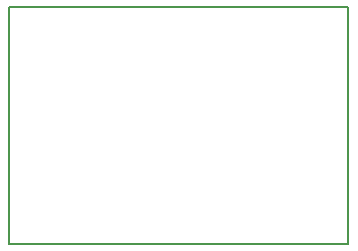
<source format=gbr>
G04 #@! TF.FileFunction,Profile,NP*
%FSLAX46Y46*%
G04 Gerber Fmt 4.6, Leading zero omitted, Abs format (unit mm)*
G04 Created by KiCad (PCBNEW 4.0.7-e2-6376~58~ubuntu16.04.1) date Thu Jan  4 08:35:36 2018*
%MOMM*%
%LPD*%
G01*
G04 APERTURE LIST*
%ADD10C,0.100000*%
%ADD11C,0.150000*%
G04 APERTURE END LIST*
D10*
D11*
X114554000Y-74168000D02*
X114554000Y-94234000D01*
X114808000Y-74168000D02*
X114554000Y-74168000D01*
X143256000Y-94234000D02*
X114554000Y-94234000D01*
X143256000Y-74168000D02*
X143256000Y-94234000D01*
X143002000Y-74168000D02*
X143256000Y-74168000D01*
X114808000Y-74168000D02*
X143002000Y-74168000D01*
M02*

</source>
